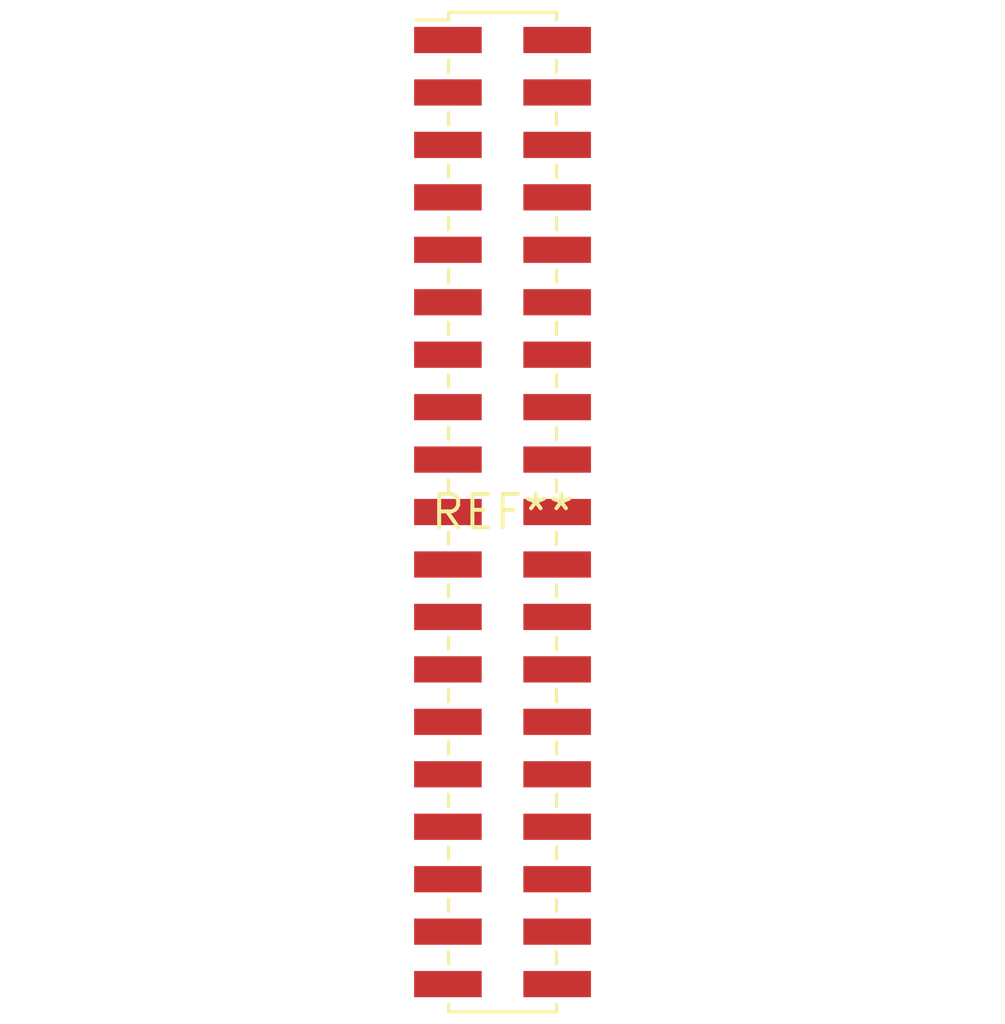
<source format=kicad_pcb>
(kicad_pcb (version 20240108) (generator pcbnew)
  (layers (0 "F.Cu" signal) (31 "B.Cu" signal) (34 "B.Paste" user) (35 "F.Paste" user) (36 "B.SilkS" user "B.Silkscreen") (37 "F.SilkS" user "F.Silkscreen") (38 "B.Mask" user) (39 "F.Mask" user) (44 "Edge.Cuts" user))
  (net 0 "")
  (footprint "PinHeader_2x19_P2.00mm_Vertical_SMD" (layer "F.Cu") (at 0 0)
    (property "Reference" "REF**")
    (property "Value" "PinHeader_2x19_P2.00mm_Vertical_SMD")
    (fp_line (start -3.315 -18.76) (end -2.06 -18.76) (layer "F.SilkS") (stroke (width 0.12)))
    (fp_line (start -2.06 -19.06) (end -2.06 -18.76) (layer "F.SilkS") (stroke (width 0.12)))
    (fp_line (start -2.06 -19.06) (end 2.06 -19.06) (layer "F.SilkS") (stroke (width 0.12)))
    (fp_line (start -2.06 -17.24) (end -2.06 -16.76) (layer "F.SilkS") (stroke (width 0.12)))
    (fp_line (start -2.06 -15.24) (end -2.06 -14.76) (layer "F.SilkS") (stroke (width 0.12)))
    (fp_line (start -2.06 -13.24) (end -2.06 -12.76) (layer "F.SilkS") (stroke (width 0.12)))
    (fp_line (start -2.06 -11.24) (end -2.06 -10.76) (layer "F.SilkS") (stroke (width 0.12)))
    (fp_line (start -2.06 -9.24) (end -2.06 -8.76) (layer "F.SilkS") (stroke (width 0.12)))
    (fp_line (start -2.06 -7.24) (end -2.06 -6.76) (layer "F.SilkS") (stroke (width 0.12)))
    (fp_line (start -2.06 -5.24) (end -2.06 -4.76) (layer "F.SilkS") (stroke (width 0.12)))
    (fp_line (start -2.06 -3.24) (end -2.06 -2.76) (layer "F.SilkS") (stroke (width 0.12)))
    (fp_line (start -2.06 -1.24) (end -2.06 -0.76) (layer "F.SilkS") (stroke (width 0.12)))
    (fp_line (start -2.06 0.76) (end -2.06 1.24) (layer "F.SilkS") (stroke (width 0.12)))
    (fp_line (start -2.06 2.76) (end -2.06 3.24) (layer "F.SilkS") (stroke (width 0.12)))
    (fp_line (start -2.06 4.76) (end -2.06 5.24) (layer "F.SilkS") (stroke (width 0.12)))
    (fp_line (start -2.06 6.76) (end -2.06 7.24) (layer "F.SilkS") (stroke (width 0.12)))
    (fp_line (start -2.06 8.76) (end -2.06 9.24) (layer "F.SilkS") (stroke (width 0.12)))
    (fp_line (start -2.06 10.76) (end -2.06 11.24) (layer "F.SilkS") (stroke (width 0.12)))
    (fp_line (start -2.06 12.76) (end -2.06 13.24) (layer "F.SilkS") (stroke (width 0.12)))
    (fp_line (start -2.06 14.76) (end -2.06 15.24) (layer "F.SilkS") (stroke (width 0.12)))
    (fp_line (start -2.06 16.76) (end -2.06 17.24) (layer "F.SilkS") (stroke (width 0.12)))
    (fp_line (start -2.06 18.76) (end -2.06 19.06) (layer "F.SilkS") (stroke (width 0.12)))
    (fp_line (start -2.06 19.06) (end 2.06 19.06) (layer "F.SilkS") (stroke (width 0.12)))
    (fp_line (start 2.06 -19.06) (end 2.06 -18.76) (layer "F.SilkS") (stroke (width 0.12)))
    (fp_line (start 2.06 -17.24) (end 2.06 -16.76) (layer "F.SilkS") (stroke (width 0.12)))
    (fp_line (start 2.06 -15.24) (end 2.06 -14.76) (layer "F.SilkS") (stroke (width 0.12)))
    (fp_line (start 2.06 -13.24) (end 2.06 -12.76) (layer "F.SilkS") (stroke (width 0.12)))
    (fp_line (start 2.06 -11.24) (end 2.06 -10.76) (layer "F.SilkS") (stroke (width 0.12)))
    (fp_line (start 2.06 -9.24) (end 2.06 -8.76) (layer "F.SilkS") (stroke (width 0.12)))
    (fp_line (start 2.06 -7.24) (end 2.06 -6.76) (layer "F.SilkS") (stroke (width 0.12)))
    (fp_line (start 2.06 -5.24) (end 2.06 -4.76) (layer "F.SilkS") (stroke (width 0.12)))
    (fp_line (start 2.06 -3.24) (end 2.06 -2.76) (layer "F.SilkS") (stroke (width 0.12)))
    (fp_line (start 2.06 -1.24) (end 2.06 -0.76) (layer "F.SilkS") (stroke (width 0.12)))
    (fp_line (start 2.06 0.76) (end 2.06 1.24) (layer "F.SilkS") (stroke (width 0.12)))
    (fp_line (start 2.06 2.76) (end 2.06 3.24) (layer "F.SilkS") (stroke (width 0.12)))
    (fp_line (start 2.06 4.76) (end 2.06 5.24) (layer "F.SilkS") (stroke (width 0.12)))
    (fp_line (start 2.06 6.76) (end 2.06 7.24) (layer "F.SilkS") (stroke (width 0.12)))
    (fp_line (start 2.06 8.76) (end 2.06 9.24) (layer "F.SilkS") (stroke (width 0.12)))
    (fp_line (start 2.06 10.76) (end 2.06 11.24) (layer "F.SilkS") (stroke (width 0.12)))
    (fp_line (start 2.06 12.76) (end 2.06 13.24) (layer "F.SilkS") (stroke (width 0.12)))
    (fp_line (start 2.06 14.76) (end 2.06 15.24) (layer "F.SilkS") (stroke (width 0.12)))
    (fp_line (start 2.06 16.76) (end 2.06 17.24) (layer "F.SilkS") (stroke (width 0.12)))
    (fp_line (start 2.06 18.76) (end 2.06 19.06) (layer "F.SilkS") (stroke (width 0.12)))
    (pad "1" smd rect (at -2.085 -18) (size 2.58 1) (layers "F.Cu" "F.Paste" "F.Mask"))
    (pad "2" smd rect (at 2.085 -18) (size 2.58 1) (layers "F.Cu" "F.Paste" "F.Mask"))
    (pad "3" smd rect (at -2.085 -16) (size 2.58 1) (layers "F.Cu" "F.Paste" "F.Mask"))
    (pad "4" smd rect (at 2.085 -16) (size 2.58 1) (layers "F.Cu" "F.Paste" "F.Mask"))
    (pad "5" smd rect (at -2.085 -14) (size 2.58 1) (layers "F.Cu" "F.Paste" "F.Mask"))
    (pad "6" smd rect (at 2.085 -14) (size 2.58 1) (layers "F.Cu" "F.Paste" "F.Mask"))
    (pad "7" smd rect (at -2.085 -12) (size 2.58 1) (layers "F.Cu" "F.Paste" "F.Mask"))
    (pad "8" smd rect (at 2.085 -12) (size 2.58 1) (layers "F.Cu" "F.Paste" "F.Mask"))
    (pad "9" smd rect (at -2.085 -10) (size 2.58 1) (layers "F.Cu" "F.Paste" "F.Mask"))
    (pad "10" smd rect (at 2.085 -10) (size 2.58 1) (layers "F.Cu" "F.Paste" "F.Mask"))
    (pad "11" smd rect (at -2.085 -8) (size 2.58 1) (layers "F.Cu" "F.Paste" "F.Mask"))
    (pad "12" smd rect (at 2.085 -8) (size 2.58 1) (layers "F.Cu" "F.Paste" "F.Mask"))
    (pad "13" smd rect (at -2.085 -6) (size 2.58 1) (layers "F.Cu" "F.Paste" "F.Mask"))
    (pad "14" smd rect (at 2.085 -6) (size 2.58 1) (layers "F.Cu" "F.Paste" "F.Mask"))
    (pad "15" smd rect (at -2.085 -4) (size 2.58 1) (layers "F.Cu" "F.Paste" "F.Mask"))
    (pad "16" smd rect (at 2.085 -4) (size 2.58 1) (layers "F.Cu" "F.Paste" "F.Mask"))
    (pad "17" smd rect (at -2.085 -2) (size 2.58 1) (layers "F.Cu" "F.Paste" "F.Mask"))
    (pad "18" smd rect (at 2.085 -2) (size 2.58 1) (layers "F.Cu" "F.Paste" "F.Mask"))
    (pad "19" smd rect (at -2.085 0) (size 2.58 1) (layers "F.Cu" "F.Paste" "F.Mask"))
    (pad "20" smd rect (at 2.085 0) (size 2.58 1) (layers "F.Cu" "F.Paste" "F.Mask"))
    (pad "21" smd rect (at -2.085 2) (size 2.58 1) (layers "F.Cu" "F.Paste" "F.Mask"))
    (pad "22" smd rect (at 2.085 2) (size 2.58 1) (layers "F.Cu" "F.Paste" "F.Mask"))
    (pad "23" smd rect (at -2.085 4) (size 2.58 1) (layers "F.Cu" "F.Paste" "F.Mask"))
    (pad "24" smd rect (at 2.085 4) (size 2.58 1) (layers "F.Cu" "F.Paste" "F.Mask"))
    (pad "25" smd rect (at -2.085 6) (size 2.58 1) (layers "F.Cu" "F.Paste" "F.Mask"))
    (pad "26" smd rect (at 2.085 6) (size 2.58 1) (layers "F.Cu" "F.Paste" "F.Mask"))
    (pad "27" smd rect (at -2.085 8) (size 2.58 1) (layers "F.Cu" "F.Paste" "F.Mask"))
    (pad "28" smd rect (at 2.085 8) (size 2.58 1) (layers "F.Cu" "F.Paste" "F.Mask"))
    (pad "29" smd rect (at -2.085 10) (size 2.58 1) (layers "F.Cu" "F.Paste" "F.Mask"))
    (pad "30" smd rect (at 2.085 10) (size 2.58 1) (layers "F.Cu" "F.Paste" "F.Mask"))
    (pad "31" smd rect (at -2.085 12) (size 2.58 1) (layers "F.Cu" "F.Paste" "F.Mask"))
    (pad "32" smd rect (at 2.085 12) (size 2.58 1) (layers "F.Cu" "F.Paste" "F.Mask"))
    (pad "33" smd rect (at -2.085 14) (size 2.58 1) (layers "F.Cu" "F.Paste" "F.Mask"))
    (pad "34" smd rect (at 2.085 14) (size 2.58 1) (layers "F.Cu" "F.Paste" "F.Mask"))
    (pad "35" smd rect (at -2.085 16) (size 2.58 1) (layers "F.Cu" "F.Paste" "F.Mask"))
    (pad "36" smd rect (at 2.085 16) (size 2.58 1) (layers "F.Cu" "F.Paste" "F.Mask"))
    (pad "37" smd rect (at -2.085 18) (size 2.58 1) (layers "F.Cu" "F.Paste" "F.Mask"))
    (pad "38" smd rect (at 2.085 18) (size 2.58 1) (layers "F.Cu" "F.Paste" "F.Mask"))
  )
)
</source>
